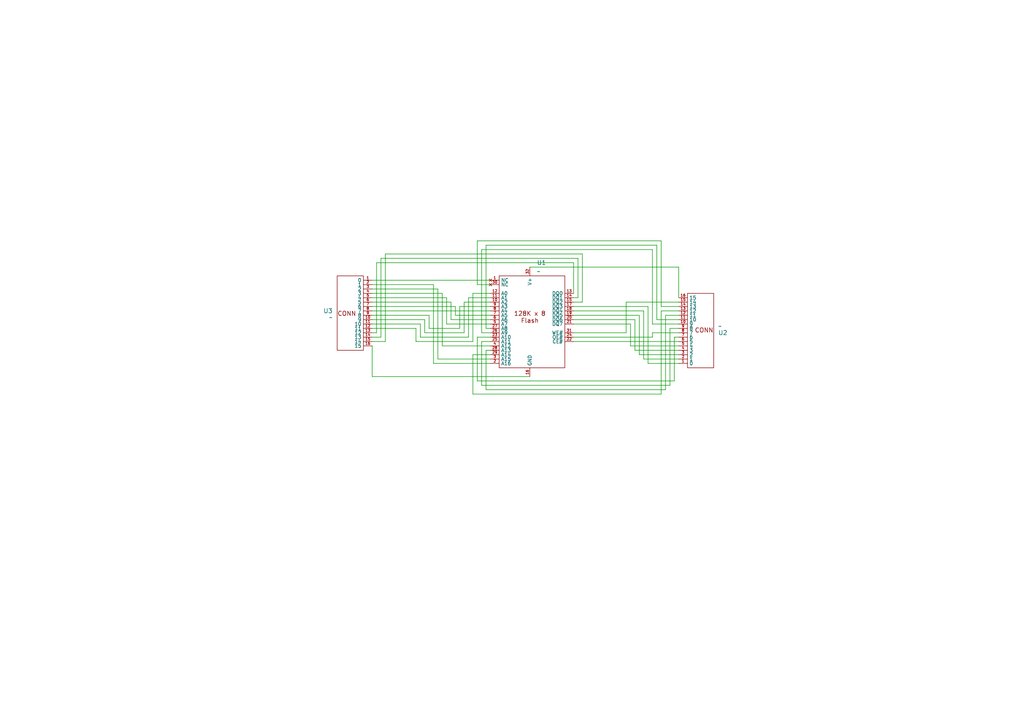
<source format=kicad_sch>
(kicad_sch (version 20231120) (generator "eeschema") (generator_version "8.0")
  (paper "A4")
  (lib_symbols
    (symbol "custom_symbol_lib:128k_x_8_flash"
      (property "Reference" "U" (at 0 -1.016 0))
      (symbol "128k_x_8_flash_0_1"
        (rectangle (start -8.89 13.97) (end 10.16 -12.7))
      )
      (symbol "128k_x_8_flash_1_1"
        (text "128K x 8\nFlash" (at 0 2.032 0) (effects (font (size 1.27 1.27))))
        (pin no_connect line (at -11.43 12.7 0) (length 2.54) (name "NC") (number "1"))
        (pin input line (at -11.43 6.35 0) (length 2.54) (name "A2") (number "10"))
        (pin input line (at -11.43 7.62 0) (length 2.54) (name "A1") (number "11"))
        (pin input line (at -11.43 8.89 0) (length 2.54) (name "A0") (number "12"))
        (pin bidirectional line (at 12.7 8.89 180) (length 2.54) (name "DQ0") (number "13"))
        (pin bidirectional line (at 12.7 7.62 180) (length 2.54) (name "DQ1") (number "14"))
        (pin bidirectional line (at 12.7 6.35 180) (length 2.54) (name "DQ2") (number "15"))
        (pin power_in line (at 0 -15.24 90) (length 2.54) (name "GND") (number "16"))
        (pin bidirectional line (at 12.7 5.08 180) (length 2.54) (name "DQ3") (number "17"))
        (pin bidirectional line (at 12.7 3.81 180) (length 2.54) (name "DQ4") (number "18"))
        (pin bidirectional line (at 12.7 2.54 180) (length 2.54) (name "DQ5") (number "19"))
        (pin input line (at -11.43 -11.43 0) (length 2.54) (name "A16") (number "2"))
        (pin bidirectional line (at 12.7 1.27 180) (length 2.54) (name "DQ6") (number "20"))
        (pin bidirectional line (at 12.7 0 180) (length 2.54) (name "DQ7") (number "21"))
        (pin input line (at 12.7 -5.08 180) (length 2.54) (name "CE#") (number "22"))
        (pin input line (at -11.43 -3.81 0) (length 2.54) (name "A10") (number "23"))
        (pin input line (at 12.7 -3.81 180) (length 2.54) (name "OE#") (number "24"))
        (pin input line (at -11.43 -5.08 0) (length 2.54) (name "A11") (number "25"))
        (pin input line (at -11.43 -2.54 0) (length 2.54) (name "A9") (number "26"))
        (pin input line (at -11.43 -1.27 0) (length 2.54) (name "A8") (number "27"))
        (pin input line (at -11.43 -7.62 0) (length 2.54) (name "A13") (number "28"))
        (pin input line (at -11.43 -8.89 0) (length 2.54) (name "A14") (number "29"))
        (pin input line (at -11.43 -10.16 0) (length 2.54) (name "A15") (number "3"))
        (pin no_connect line (at -11.43 11.43 0) (length 2.54) (name "NC") (number "30"))
        (pin input line (at 12.7 -2.54 180) (length 2.54) (name "WE#") (number "31"))
        (pin power_in line (at 0 16.51 270) (length 2.54) (name "V+") (number "32"))
        (pin input line (at -11.43 -6.35 0) (length 2.54) (name "A12") (number "4"))
        (pin input line (at -11.43 0 0) (length 2.54) (name "A7") (number "5"))
        (pin input line (at -11.43 1.27 0) (length 2.54) (name "A6") (number "6"))
        (pin input line (at -11.43 2.54 0) (length 2.54) (name "A5") (number "7"))
        (pin input line (at -11.43 3.81 0) (length 2.54) (name "A4") (number "8"))
        (pin input line (at -11.43 5.08 0) (length 2.54) (name "A3") (number "9"))
      )
    )
    (symbol "custom_symbol_lib:connector_16_bit"
      (property "Reference" "U" (at 3.048 -2.032 0))
      (symbol "connector_16_bit_0_1"
        (rectangle (start -1.27 11.43) (end 6.35 -10.16))
      )
      (symbol "connector_16_bit_1_1"
        (text "CONN" (at 3.556 0.508 0) (effects (font (size 1.27 1.27))))
        (pin input line (at -3.81 10.16 0) (length 2.54) (name "0") (number "1"))
        (pin input line (at -3.81 -1.27 0) (length 2.54) (name "9") (number "10"))
        (pin input line (at -3.81 -2.54 0) (length 2.54) (name "10") (number "11"))
        (pin input line (at -3.81 -3.81 0) (length 2.54) (name "11") (number "12"))
        (pin input line (at -3.81 -5.08 0) (length 2.54) (name "12") (number "13"))
        (pin input line (at -3.81 -6.35 0) (length 2.54) (name "13") (number "14"))
        (pin input line (at -3.81 -7.62 0) (length 2.54) (name "14") (number "15"))
        (pin input line (at -3.81 -8.89 0) (length 2.54) (name "15") (number "16"))
        (pin input line (at -3.81 8.89 0) (length 2.54) (name "1") (number "2"))
        (pin input line (at -3.81 7.62 0) (length 2.54) (name "2") (number "3"))
        (pin input line (at -3.81 6.35 0) (length 2.54) (name "3") (number "4"))
        (pin input line (at -3.81 5.08 0) (length 2.54) (name "4") (number "5"))
        (pin input line (at -3.81 3.81 0) (length 2.54) (name "5") (number "6"))
        (pin input line (at -3.81 2.54 0) (length 2.54) (name "6") (number "7"))
        (pin input line (at -3.81 1.27 0) (length 2.54) (name "7") (number "8"))
        (pin input line (at -3.81 0 0) (length 2.54) (name "8") (number "9"))
      )
    )
  )
  (wire (pts (xy 167.64 86.36) (xy 167.64 74.93)))
  (wire (pts (xy 184.15 92.71) (xy 166.37 92.71)))
  (wire (pts (xy 138.43 69.85) (xy 138.43 82.55)))
  (wire (pts (xy 107.95 88.9) (xy 132.08 88.9)))
  (wire (pts (xy 142.24 102.87) (xy 137.16 102.87)))
  (wire (pts (xy 196.85 104.14) (xy 186.69 104.14)))
  (wire (pts (xy 140.97 71.12) (xy 140.97 95.25)))
  (wire (pts (xy 190.5 92.71) (xy 190.5 71.12)))
  (wire (pts (xy 196.85 77.47) (xy 153.67 77.47)))
  (wire (pts (xy 125.73 105.41) (xy 125.73 82.55)))
  (wire (pts (xy 196.85 87.63) (xy 181.61 87.63)))
  (wire (pts (xy 142.24 92.71) (xy 130.81 92.71)))
  (wire (pts (xy 142.24 99.06) (xy 139.7 99.06)))
  (wire (pts (xy 182.88 100.33) (xy 196.85 100.33)))
  (wire (pts (xy 142.24 97.79) (xy 138.43 97.79)))
  (wire (pts (xy 167.64 74.93) (xy 110.49 74.93)))
  (wire (pts (xy 123.19 96.52) (xy 123.19 92.71)))
  (wire (pts (xy 153.67 109.22) (xy 107.95 109.22)))
  (wire (pts (xy 138.43 97.79) (xy 138.43 110.49)))
  (wire (pts (xy 195.58 97.79) (xy 196.85 97.79)))
  (wire (pts (xy 189.23 93.98) (xy 196.85 93.98)))
  (wire (pts (xy 181.61 96.52) (xy 166.37 96.52)))
  (wire (pts (xy 135.89 97.79) (xy 135.89 86.36)))
  (wire (pts (xy 133.35 95.25) (xy 133.35 88.9)))
  (wire (pts (xy 185.42 91.44) (xy 185.42 102.87)))
  (wire (pts (xy 111.76 99.06) (xy 111.76 73.66)))
  (wire (pts (xy 110.49 97.79) (xy 107.95 97.79)))
  (wire (pts (xy 139.7 99.06) (xy 139.7 111.76)))
  (wire (pts (xy 128.27 100.33) (xy 128.27 85.09)))
  (wire (pts (xy 132.08 91.44) (xy 142.24 91.44)))
  (wire (pts (xy 121.92 93.98) (xy 121.92 97.79)))
  (wire (pts (xy 137.16 114.3) (xy 191.77 114.3)))
  (wire (pts (xy 196.85 88.9) (xy 191.77 88.9)))
  (wire (pts (xy 187.96 105.41) (xy 196.85 105.41)))
  (wire (pts (xy 166.37 99.06) (xy 196.85 99.06)))
  (wire (pts (xy 189.23 72.39) (xy 189.23 93.98)))
  (wire (pts (xy 191.77 88.9) (xy 191.77 69.85)))
  (wire (pts (xy 107.95 90.17) (xy 142.24 90.17)))
  (wire (pts (xy 196.85 91.44) (xy 193.04 91.44)))
  (wire (pts (xy 142.24 105.41) (xy 125.73 105.41)))
  (wire (pts (xy 189.23 97.79) (xy 189.23 96.52)))
  (wire (pts (xy 194.31 95.25) (xy 196.85 95.25)))
  (wire (pts (xy 132.08 88.9) (xy 132.08 91.44)))
  (wire (pts (xy 191.77 69.85) (xy 138.43 69.85)))
  (wire (pts (xy 110.49 74.93) (xy 110.49 97.79)))
  (wire (pts (xy 142.24 87.63) (xy 134.62 87.63)))
  (wire (pts (xy 139.7 96.52) (xy 139.7 72.39)))
  (wire (pts (xy 107.95 93.98) (xy 121.92 93.98)))
  (wire (pts (xy 187.96 88.9) (xy 187.96 105.41)))
  (wire (pts (xy 138.43 82.55) (xy 142.24 82.55)))
  (wire (pts (xy 127 104.14) (xy 142.24 104.14)))
  (wire (pts (xy 142.24 100.33) (xy 128.27 100.33)))
  (wire (pts (xy 129.54 86.36) (xy 129.54 93.98)))
  (wire (pts (xy 107.95 83.82) (xy 127 83.82)))
  (wire (pts (xy 189.23 96.52) (xy 196.85 96.52)))
  (wire (pts (xy 196.85 101.6) (xy 184.15 101.6)))
  (wire (pts (xy 120.65 95.25) (xy 107.95 95.25)))
  (wire (pts (xy 168.91 73.66) (xy 168.91 87.63)))
  (wire (pts (xy 166.37 76.2) (xy 166.37 85.09)))
  (wire (pts (xy 125.73 82.55) (xy 107.95 82.55)))
  (wire (pts (xy 124.46 95.25) (xy 133.35 95.25)))
  (wire (pts (xy 139.7 111.76) (xy 194.31 111.76)))
  (wire (pts (xy 195.58 110.49) (xy 195.58 97.79)))
  (wire (pts (xy 138.43 110.49) (xy 195.58 110.49)))
  (wire (pts (xy 109.22 76.2) (xy 109.22 96.52)))
  (wire (pts (xy 194.31 111.76) (xy 194.31 95.25)))
  (wire (pts (xy 140.97 113.03) (xy 140.97 101.6)))
  (wire (pts (xy 166.37 93.98) (xy 182.88 93.98)))
  (wire (pts (xy 107.95 86.36) (xy 129.54 86.36)))
  (wire (pts (xy 196.85 92.71) (xy 190.5 92.71)))
  (wire (pts (xy 137.16 85.09) (xy 137.16 99.06)))
  (wire (pts (xy 120.65 99.06) (xy 120.65 95.25)))
  (wire (pts (xy 130.81 92.71) (xy 130.81 87.63)))
  (wire (pts (xy 107.95 96.52) (xy 109.22 96.52)))
  (wire (pts (xy 129.54 93.98) (xy 142.24 93.98)))
  (wire (pts (xy 186.69 104.14) (xy 186.69 90.17)))
  (wire (pts (xy 168.91 87.63) (xy 166.37 87.63)))
  (wire (pts (xy 184.15 101.6) (xy 184.15 92.71)))
  (wire (pts (xy 134.62 96.52) (xy 123.19 96.52)))
  (wire (pts (xy 186.69 90.17) (xy 166.37 90.17)))
  (wire (pts (xy 127 83.82) (xy 127 104.14)))
  (wire (pts (xy 140.97 101.6) (xy 142.24 101.6)))
  (wire (pts (xy 109.22 76.2) (xy 166.37 76.2)))
  (wire (pts (xy 166.37 86.36) (xy 167.64 86.36)))
  (wire (pts (xy 193.04 91.44) (xy 193.04 113.03)))
  (wire (pts (xy 130.81 87.63) (xy 107.95 87.63)))
  (wire (pts (xy 166.37 91.44) (xy 185.42 91.44)))
  (wire (pts (xy 111.76 73.66) (xy 168.91 73.66)))
  (wire (pts (xy 142.24 85.09) (xy 137.16 85.09)))
  (wire (pts (xy 107.95 99.06) (xy 111.76 99.06)))
  (wire (pts (xy 191.77 90.17) (xy 196.85 90.17)))
  (wire (pts (xy 134.62 87.63) (xy 134.62 96.52)))
  (wire (pts (xy 137.16 102.87) (xy 137.16 114.3)))
  (wire (pts (xy 135.89 86.36) (xy 142.24 86.36)))
  (wire (pts (xy 191.77 114.3) (xy 191.77 90.17)))
  (wire (pts (xy 166.37 88.9) (xy 187.96 88.9)))
  (wire (pts (xy 124.46 91.44) (xy 124.46 95.25)))
  (wire (pts (xy 123.19 92.71) (xy 107.95 92.71)))
  (wire (pts (xy 107.95 109.22) (xy 107.95 100.33)))
  (wire (pts (xy 137.16 99.06) (xy 120.65 99.06)))
  (wire (pts (xy 140.97 95.25) (xy 142.24 95.25)))
  (wire (pts (xy 196.85 86.36) (xy 196.85 77.47)))
  (wire (pts (xy 107.95 91.44) (xy 124.46 91.44)))
  (wire (pts (xy 181.61 87.63) (xy 181.61 96.52)))
  (wire (pts (xy 166.37 97.79) (xy 189.23 97.79)))
  (wire (pts (xy 185.42 102.87) (xy 196.85 102.87)))
  (wire (pts (xy 190.5 71.12) (xy 140.97 71.12)))
  (wire (pts (xy 133.35 88.9) (xy 142.24 88.9)))
  (wire (pts (xy 142.24 96.52) (xy 139.7 96.52)))
  (wire (pts (xy 128.27 85.09) (xy 107.95 85.09)))
  (wire (pts (xy 193.04 113.03) (xy 140.97 113.03)))
  (wire (pts (xy 107.95 81.28) (xy 142.24 81.28)))
  (wire (pts (xy 182.88 93.98) (xy 182.88 100.33)))
  (wire (pts (xy 139.7 72.39) (xy 189.23 72.39)))
  (wire (pts (xy 121.92 97.79) (xy 135.89 97.79)))
  (symbol (lib_id "custom_symbol_lib:connector_16_bit") (at 200.66 95.25 0) (mirror x) (unit 1)
    (property "Reference" "U2" (at 208.28 96.5201 0) (effects (justify left)))
    (property "Value" "~" (at 208.28 94.615 0) (effects (justify left)))
    (property "Footprint" "Connector_PinHeader_2.54mm:PinHeader_1x16_P2.54mm_Vertical" (effects (hide yes)))
  )
  (symbol (lib_id "custom_symbol_lib:128k_x_8_flash") (at 153.67 93.98 0) (unit 1)
    (property "Reference" "U1" (at 155.6894 76.2 0) (effects (justify left)))
    (property "Value" "~" (at 155.6894 78.74 0) (effects (justify left)))
    (property "Footprint" "Package_DIP:DIP-32_W15.24mm" (effects (hide yes)))
    (property "Datasheet" "https://ww1.microchip.com/downloads/en/DeviceDoc/20005022C.pdf" (effects (hide yes)))
  )
  (symbol (lib_id "custom_symbol_lib:connector_16_bit") (at 104.14 91.44 0) (mirror y) (unit 1)
    (property "Reference" "U3" (at 96.52 90.1699 0) (effects (justify left)))
    (property "Value" "~" (at 96.52 92.075 0) (effects (justify left)))
    (property "Footprint" "Connector_PinHeader_2.54mm:PinHeader_1x16_P2.54mm_Vertical" (effects (hide yes)))
  )
)
</source>
